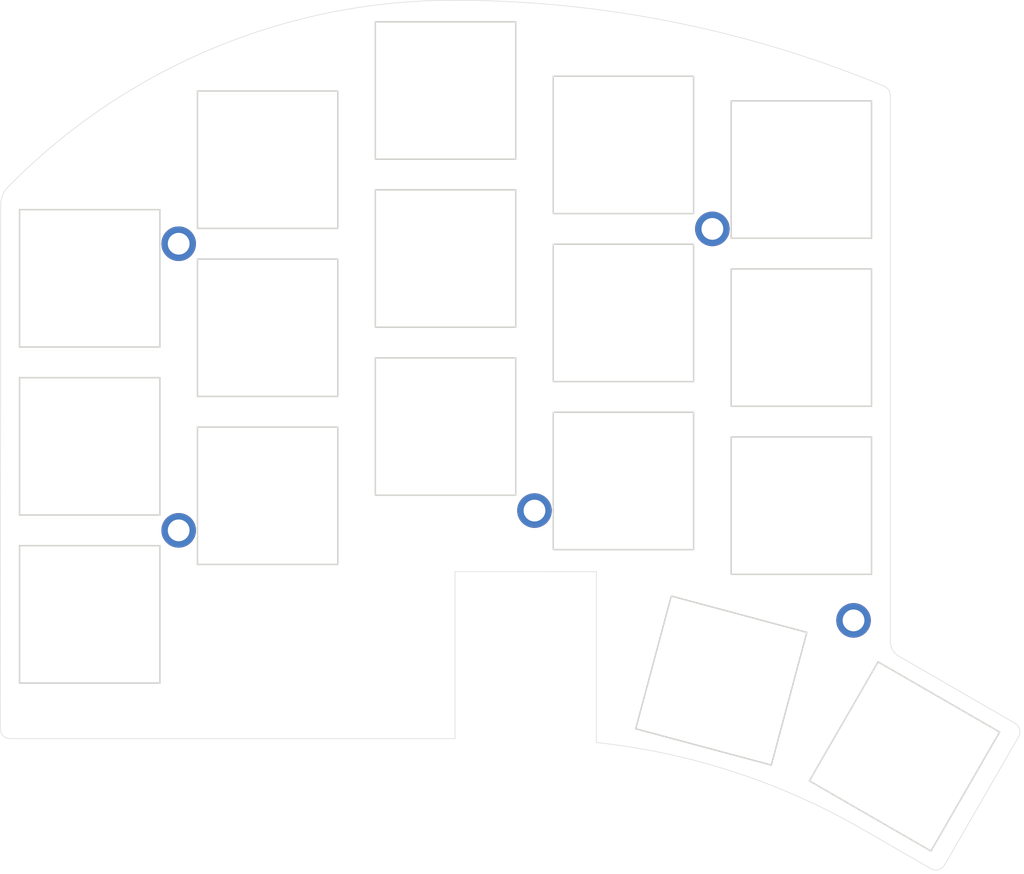
<source format=kicad_pcb>
(kicad_pcb (version 20211014) (generator pcbnew)
  (title_block (title "One Fell Swoop") (date "2021-11-27") (rev "0.3") (company "jmnw"))
  (layers (0 "F.Cu" signal) (31 "B.Cu" signal) (34 "B.Paste" user) (35 "F.Paste" user) (36 "B.SilkS" user "B.Silkscreen") (37 "F.SilkS" user "F.Silkscreen") (38 "B.Mask" user) (39 "F.Mask" user) (44 "Edge.Cuts" user))
  (net 0 "")
  (footprint "swoop:M2_hole_3.5mm" (layer "F.Cu") (at 135.067714 82.371243)
    (fp_text reference "H3" hide)
    (fp_text value "M2 Hole")
    (pad "" thru_hole circle (at 0 0) (size 3.5 3.5) (drill 2.2) (layers *.Cu *.Mask))
  )
  (footprint "swoop:Choc_cutout_mid" (layer "F.Cu") (at 108.068715 102.37124)
    (fp_text reference "SW13" hide)
    (fp_text value "Choc cutout" hide)
    (fp_line (start -7.1 -6.95) (end 7.1 -6.95) (layer "Edge.Cuts") (width 0.15))
    (fp_line (start 7.1 6.95) (end 7.1 -6.95) (layer "Edge.Cuts") (width 0.15))
    (fp_line (start -7.1 6.95) (end -7.1 -6.95) (layer "Edge.Cuts") (width 0.15))
    (fp_line (start -7.1 6.95) (end 7.1 6.95) (layer "Edge.Cuts") (width 0.15))
  )
  (footprint "swoop:M2_hole_3.5mm" (layer "F.Cu") (at 81.068712 83.871741)
    (fp_text reference "H1" hide)
    (fp_text value "M2 Hole")
    (pad "" thru_hole circle (at 0 0) (size 3.5 3.5) (drill 2.2) (layers *.Cu *.Mask))
  )
  (footprint "swoop:Choc_cutout_mid" (layer "F.Cu") (at 154.505679 135.749861 -30)
    (fp_text reference "SW17" hide)
    (fp_text value "Choc cutout" hide)
    (fp_line (start -7.1 -6.95) (end 7.1 -6.95) (layer "Edge.Cuts") (width 0.15))
    (fp_line (start -7.1 6.95) (end 7.1 6.95) (layer "Edge.Cuts") (width 0.15))
    (fp_line (start 7.1 6.95) (end 7.1 -6.95) (layer "Edge.Cuts") (width 0.15))
    (fp_line (start -7.1 6.95) (end -7.1 -6.95) (layer "Edge.Cuts") (width 0.15))
  )
  (footprint "swoop:Choc_cutout_mid" (layer "F.Cu") (at 126.067714 90.871239)
    (fp_text reference "SW9" hide)
    (fp_text value "Choc cutout" hide)
    (fp_line (start -7.1 6.95) (end 7.1 6.95) (layer "Edge.Cuts") (width 0.15))
    (fp_line (start -7.1 -6.95) (end 7.1 -6.95) (layer "Edge.Cuts") (width 0.15))
    (fp_line (start 7.1 6.95) (end 7.1 -6.95) (layer "Edge.Cuts") (width 0.15))
    (fp_line (start -7.1 6.95) (end -7.1 -6.95) (layer "Edge.Cuts") (width 0.15))
  )
  (footprint "swoop:Choc_cutout_mid" (layer "F.Cu") (at 72.068714 121.371741)
    (fp_text reference "SW11" hide)
    (fp_text value "Choc cutout" hide)
    (fp_line (start -7.1 6.95) (end 7.1 6.95) (layer "Edge.Cuts") (width 0.15))
    (fp_line (start -7.1 -6.95) (end 7.1 -6.95) (layer "Edge.Cuts") (width 0.15))
    (fp_line (start -7.1 6.95) (end -7.1 -6.95) (layer "Edge.Cuts") (width 0.15))
    (fp_line (start 7.1 6.95) (end 7.1 -6.95) (layer "Edge.Cuts") (width 0.15))
  )
  (footprint "swoop:Choc_cutout_mid" (layer "F.Cu") (at 144.068715 93.371244)
    (fp_text reference "SW10" hide)
    (fp_text value "Choc cutout" hide)
    (fp_line (start -7.1 6.95) (end 7.1 6.95) (layer "Edge.Cuts") (width 0.15))
    (fp_line (start 7.1 6.95) (end 7.1 -6.95) (layer "Edge.Cuts") (width 0.15))
    (fp_line (start -7.1 6.95) (end -7.1 -6.95) (layer "Edge.Cuts") (width 0.15))
    (fp_line (start -7.1 -6.95) (end 7.1 -6.95) (layer "Edge.Cuts") (width 0.15))
  )
  (footprint "swoop:Choc_cutout_mid" (layer "F.Cu") (at 72.068711 104.371738)
    (fp_text reference "SW6" hide)
    (fp_text value "Choc cutout" hide)
    (fp_line (start -7.1 -6.95) (end 7.1 -6.95) (layer "Edge.Cuts") (width 0.15))
    (fp_line (start -7.1 6.95) (end 7.1 6.95) (layer "Edge.Cuts") (width 0.15))
    (fp_line (start -7.1 6.95) (end -7.1 -6.95) (layer "Edge.Cuts") (width 0.15))
    (fp_line (start 7.1 6.95) (end 7.1 -6.95) (layer "Edge.Cuts") (width 0.15))
  )
  (footprint "swoop:Choc_cutout_mid" (layer "F.Cu") (at 90.068717 109.371743)
    (fp_text reference "SW12" hide)
    (fp_text value "Choc cutout" hide)
    (fp_line (start -7.1 -6.95) (end 7.1 -6.95) (layer "Edge.Cuts") (width 0.15))
    (fp_line (start -7.1 6.95) (end -7.1 -6.95) (layer "Edge.Cuts") (width 0.15))
    (fp_line (start 7.1 6.95) (end 7.1 -6.95) (layer "Edge.Cuts") (width 0.15))
    (fp_line (start -7.1 6.95) (end 7.1 6.95) (layer "Edge.Cuts") (width 0.15))
  )
  (footprint "swoop:Choc_cutout_mid" (layer "F.Cu") (at 108.068712 68.371242)
    (fp_text reference "SW3" hide)
    (fp_text value "Choc cutout" hide)
    (fp_line (start 7.1 6.95) (end 7.1 -6.95) (layer "Edge.Cuts") (width 0.15))
    (fp_line (start -7.1 -6.95) (end 7.1 -6.95) (layer "Edge.Cuts") (width 0.15))
    (fp_line (start -7.1 6.95) (end 7.1 6.95) (layer "Edge.Cuts") (width 0.15))
    (fp_line (start -7.1 6.95) (end -7.1 -6.95) (layer "Edge.Cuts") (width 0.15))
  )
  (footprint "swoop:Choc_cutout_mid" (layer "F.Cu") (at 144.068714 76.37124)
    (fp_text reference "SW5" hide)
    (fp_text value "Choc cutout" hide)
    (fp_line (start -7.1 6.95) (end 7.1 6.95) (layer "Edge.Cuts") (width 0.15))
    (fp_line (start 7.1 6.95) (end 7.1 -6.95) (layer "Edge.Cuts") (width 0.15))
    (fp_line (start -7.1 -6.95) (end 7.1 -6.95) (layer "Edge.Cuts") (width 0.15))
    (fp_line (start -7.1 6.95) (end -7.1 -6.95) (layer "Edge.Cuts") (width 0.15))
  )
  (footprint "swoop:Choc_cutout_mid" (layer "F.Cu") (at 72.06871 87.371742)
    (fp_text reference "SW1" hide)
    (fp_text value "Choc cutout" hide)
    (fp_line (start 7.1 6.95) (end 7.1 -6.95) (layer "Edge.Cuts") (width 0.15))
    (fp_line (start -7.1 6.95) (end -7.1 -6.95) (layer "Edge.Cuts") (width 0.15))
    (fp_line (start -7.1 6.95) (end 7.1 6.95) (layer "Edge.Cuts") (width 0.15))
    (fp_line (start -7.1 -6.95) (end 7.1 -6.95) (layer "Edge.Cuts") (width 0.15))
  )
  (footprint "swoop:Choc_cutout_mid" (layer "F.Cu") (at 126.067712 107.871242)
    (fp_text reference "SW14" hide)
    (fp_text value "Choc cutout" hide)
    (fp_line (start -7.1 6.95) (end 7.1 6.95) (layer "Edge.Cuts") (width 0.15))
    (fp_line (start -7.1 -6.95) (end 7.1 -6.95) (layer "Edge.Cuts") (width 0.15))
    (fp_line (start 7.1 6.95) (end 7.1 -6.95) (layer "Edge.Cuts") (width 0.15))
    (fp_line (start -7.1 6.95) (end -7.1 -6.95) (layer "Edge.Cuts") (width 0.15))
  )
  (footprint "swoop:Choc_cutout_mid" (layer "F.Cu") (at 90.068716 92.371737)
    (fp_text reference "SW7" hide)
    (fp_text value "Choc cutout" hide)
    (fp_line (start -7.1 -6.95) (end 7.1 -6.95) (layer "Edge.Cuts") (width 0.15))
    (fp_line (start 7.1 6.95) (end 7.1 -6.95) (layer "Edge.Cuts") (width 0.15))
    (fp_line (start -7.1 6.95) (end -7.1 -6.95) (layer "Edge.Cuts") (width 0.15))
    (fp_line (start -7.1 6.95) (end 7.1 6.95) (layer "Edge.Cuts") (width 0.15))
  )
  (footprint "swoop:Choc_cutout_mid" (layer "F.Cu") (at 126.067716 73.871244)
    (fp_text reference "SW4" hide)
    (fp_text value "Choc cutout" hide)
    (fp_line (start -7.1 6.95) (end 7.1 6.95) (layer "Edge.Cuts") (width 0.15))
    (fp_line (start -7.1 6.95) (end -7.1 -6.95) (layer "Edge.Cuts") (width 0.15))
    (fp_line (start 7.1 6.95) (end 7.1 -6.95) (layer "Edge.Cuts") (width 0.15))
    (fp_line (start -7.1 -6.95) (end 7.1 -6.95) (layer "Edge.Cuts") (width 0.15))
  )
  (footprint "swoop:M2_hole_3.5mm" (layer "F.Cu") (at 81.068712 112.871739)
    (fp_text reference "H2" hide)
    (fp_text value "M2 Hole")
    (pad "" thru_hole circle (at 0 0) (size 3.5 3.5) (drill 2.2) (layers *.Cu *.Mask))
  )
  (footprint "swoop:Choc_cutout_mid" (layer "F.Cu") (at 135.967756 128.070942 -15)
    (fp_text reference "SW16" hide)
    (fp_text value "Choc cutout" hide)
    (fp_line (start -7.1 6.95) (end 7.1 6.95) (layer "Edge.Cuts") (width 0.15))
    (fp_line (start 7.1 6.95) (end 7.1 -6.95) (layer "Edge.Cuts") (width 0.15))
    (fp_line (start -7.1 6.95) (end -7.1 -6.95) (layer "Edge.Cuts") (width 0.15))
    (fp_line (start -7.1 -6.95) (end 7.1 -6.95) (layer "Edge.Cuts") (width 0.15))
  )
  (footprint "swoop:Choc_cutout_mid" (layer "F.Cu") (at 108.068714 85.371239)
    (fp_text reference "SW8" hide)
    (fp_text value "Choc cutout" hide)
    (fp_line (start -7.1 6.95) (end -7.1 -6.95) (layer "Edge.Cuts") (width 0.15))
    (fp_line (start -7.1 -6.95) (end 7.1 -6.95) (layer "Edge.Cuts") (width 0.15))
    (fp_line (start 7.1 6.95) (end 7.1 -6.95) (layer "Edge.Cuts") (width 0.15))
    (fp_line (start -7.1 6.95) (end 7.1 6.95) (layer "Edge.Cuts") (width 0.15))
  )
  (footprint "swoop:M2_hole_3.5mm" (layer "F.Cu") (at 117.068715 110.871238)
    (fp_text reference "H4" hide)
    (fp_text value "M2 Hole")
    (pad "" thru_hole circle (at 0 0) (size 3.5 3.5) (drill 2.2) (layers *.Cu *.Mask))
  )
  (footprint "swoop:M2_hole_3.5mm" (layer "F.Cu") (at 149.34987 121.981673)
    (fp_text reference "H4" hide)
    (fp_text value "M2 Hole")
    (pad "" thru_hole circle (at 0 0) (size 3.5 3.5) (drill 2.2) (layers *.Cu *.Mask))
  )
  (footprint "swoop:Choc_cutout_mid" (layer "F.Cu") (at 144.068718 110.371239)
    (fp_text reference "SW15" hide)
    (fp_text value "Choc cutout" hide)
    (fp_line (start -7.1 6.95) (end 7.1 6.95) (layer "Edge.Cuts") (width 0.15))
    (fp_line (start -7.1 6.95) (end -7.1 -6.95) (layer "Edge.Cuts") (width 0.15))
    (fp_line (start -7.1 -6.95) (end 7.1 -6.95) (layer "Edge.Cuts") (width 0.15))
    (fp_line (start 7.1 6.95) (end 7.1 -6.95) (layer "Edge.Cuts") (width 0.15))
  )
  (footprint "swoop:Choc_cutout_mid" (layer "F.Cu") (at 90.068712 75.371742)
    (fp_text reference "SW2" hide)
    (fp_text value "Choc cutout" hide)
    (fp_line (start -7.1 6.95) (end -7.1 -6.95) (layer "Edge.Cuts") (width 0.15))
    (fp_line (start 7.1 6.95) (end 7.1 -6.95) (layer "Edge.Cuts") (width 0.15))
    (fp_line (start -7.1 6.95) (end 7.1 6.95) (layer "Edge.Cuts") (width 0.15))
    (fp_line (start -7.1 -6.95) (end 7.1 -6.95) (layer "Edge.Cuts") (width 0.15))
  )
  (gr_line (start 63.069272 79.872694) (end 63.01514 132.951598) (layer "Edge.Cuts") (width 0.05))
  (gr_line (start 109.027 117.052096) (end 123.322858 117.052495) (layer "Edge.Cuts") (width 0.05))
  (gr_arc (start 63.069272 79.872694) (mid 63.248737 78.955554) (end 63.760713 78.173739) (layer "Edge.Cuts") (width 0.05))
  (gr_arc (start 64.015142 133.951601) (mid 63.308034 133.658706) (end 63.01514 132.951598) (layer "Edge.Cuts") (width 0.05))
  (gr_line (start 153.068213 68.870908) (end 153.068341 124.104714) (layer "Edge.Cuts") (width 0.05))
  (gr_line (start 165.684221 132.388743) (end 153.934626 125.604564) (layer "Edge.Cuts") (width 0.05))
  (gr_line (start 109.027 117.052096) (end 109.027 133.952) (layer "Edge.Cuts") (width 0.05))
  (gr_line (start 109.027 133.952) (end 64.015142 133.951601) (layer "Edge.Cuts") (width 0.05))
  (gr_line (start 157.184299 147.110821) (end 150.256275 143.110923) (layer "Edge.Cuts") (width 0.05))
  (gr_arc (start 165.684221 132.388743) (mid 166.150148 132.995948) (end 166.05025 133.754768) (layer "Edge.Cuts") (width 0.05))
  (gr_arc (start 108.844098 59.236877) (mid 131.0768 61.432294) (end 152.450711 67.933741) (layer "Edge.Cuts") (width 0.05))
  (gr_arc (start 123.322858 134.337399) (mid 137.249028 137.313682) (end 150.256275 143.110923) (layer "Edge.Cuts") (width 0.05))
  (gr_arc (start 152.450711 67.933741) (mid 152.903728 68.307267) (end 153.068213 68.870908) (layer "Edge.Cuts") (width 0.05))
  (gr_arc (start 158.550324 146.744792) (mid 157.943119 147.21072) (end 157.184299 147.110821) (layer "Edge.Cuts") (width 0.05))
  (gr_arc (start 153.934626 125.604564) (mid 153.300542 124.970699) (end 153.068341 124.104714) (layer "Edge.Cuts") (width 0.05))
  (gr_line (start 158.550324 146.744792) (end 166.05025 133.754768) (layer "Edge.Cuts") (width 0.05))
  (gr_line (start 123.322858 117.052495) (end 123.322858 134.337399) (layer "Edge.Cuts") (width 0.05))
  (gr_arc (start 63.760713 78.173739) (mid 84.394584 64.163318) (end 108.844098 59.236877) (layer "Edge.Cuts") (width 0.05))
)
</source>
